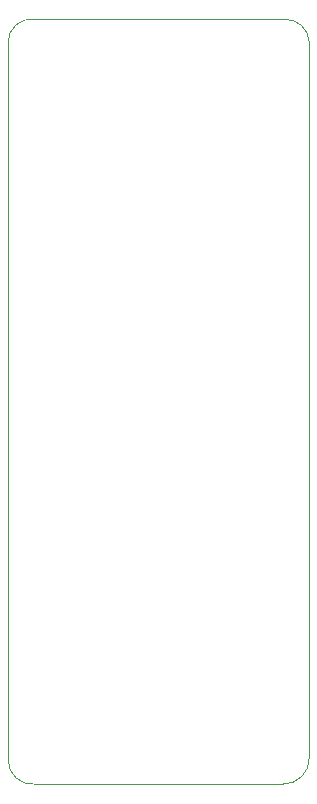
<source format=gbr>
%TF.GenerationSoftware,KiCad,Pcbnew,(6.0.5)*%
%TF.CreationDate,2022-06-01T22:14:55+05:30*%
%TF.ProjectId,PORTABLE_ECG_MACHINE,504f5254-4142-44c4-955f-4543475f4d41,rev-1*%
%TF.SameCoordinates,Original*%
%TF.FileFunction,Profile,NP*%
%FSLAX46Y46*%
G04 Gerber Fmt 4.6, Leading zero omitted, Abs format (unit mm)*
G04 Created by KiCad (PCBNEW (6.0.5)) date 2022-06-01 22:14:55*
%MOMM*%
%LPD*%
G01*
G04 APERTURE LIST*
%TA.AperFunction,Profile*%
%ADD10C,0.100000*%
%TD*%
G04 APERTURE END LIST*
D10*
X84000000Y-51000000D02*
X84000000Y-87250000D01*
X86250000Y-89250000D02*
X107250000Y-89250000D01*
X86249996Y-24500026D02*
G75*
G03*
X84000000Y-26500000I-303596J-1924074D01*
G01*
X109500000Y-26500000D02*
X109500000Y-87000000D01*
X84000012Y-87250000D02*
G75*
G03*
X86250000Y-89250000I2043488J33300D01*
G01*
X107250000Y-89250000D02*
G75*
G03*
X109500000Y-87000000I56500J2193500D01*
G01*
X109500013Y-26500000D02*
G75*
G03*
X107250000Y-24500000I-2012913J1100D01*
G01*
X86250000Y-24500000D02*
X107250000Y-24500000D01*
X84000000Y-51000000D02*
X84000000Y-26500000D01*
M02*

</source>
